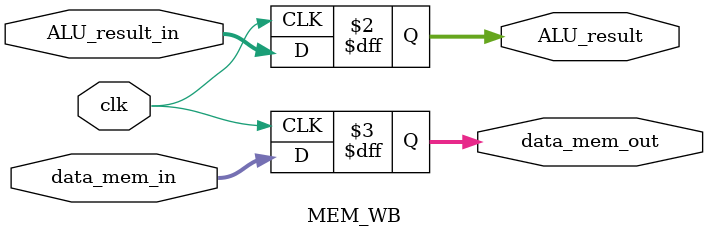
<source format=v>
`timescale 1ns / 1ps

//This is the buffer for IF to ID
module IF_ID(clk, PC_in, inst_mem, PC_out, inst_out);
    input [31:0] PC_in;
    input [31:0] inst_mem;
    input clk;
    output reg [31:0] PC_out;
    output reg [31:0] inst_out;
    
    always@(posedge clk)
        begin
             PC_out = PC_in;
             inst_out = inst_mem;
        end
    
endmodule

//This is the buffer for ID to EX
module ID_EX(clk, PC_in, data1, data2, imm_in, PC_out, reg1, reg2, imm_out);
    input [31:0] PC_in;
    input [31:0] data1;
    input [31:0] data2;
    input [31:0] imm_in;
    input clk;
    output reg [31:0] PC_out;
    output reg [31:0] reg1;
    output reg [31:0] reg2;
    output reg [31:0] imm_out;
    
    always@(posedge clk)
        begin
             PC_out = PC_in;
             reg1 = data1;
             reg2 = data2;
             imm_out = imm_in;
        end
endmodule 

//This is the buffer for EX to MEM
module EX_MEM (clk, PC_const_in, Zero_in, ALU_in, reg2_in, PC_out, Zero_out, ALU_out, reg2_out);
    input [31:0] PC_const_in;
    input [31:0] Zero_in;
    input [31:0] ALU_in;
    input [31:0] reg2_in;
    input clk;
    output reg [31:0] PC_out;
    output reg [31:0] Zero_out;
    output reg [31:0] ALU_out;
    output reg [31:0] reg2_out;
    
    always@(posedge clk)
        begin
             PC_out = PC_const_in;
             Zero_out = Zero_in;
             reg2_out = reg2_in;
             ALU_out = ALU_in;
        end
endmodule 

//This is the buffer for MEM to WB
module MEM_WB (clk, data_mem_in, ALU_result_in, ALU_result, data_mem_out);
    input [31:0] data_mem_in;
    input [31:0] ALU_result_in;
    input clk;
    
    output reg [31:0] ALU_result;
    output reg [31:0] data_mem_out;
    
    always@(posedge clk)
        begin
            ALU_result = ALU_result_in;
            data_mem_out = data_mem_in;
        end
        
endmodule

    

</source>
